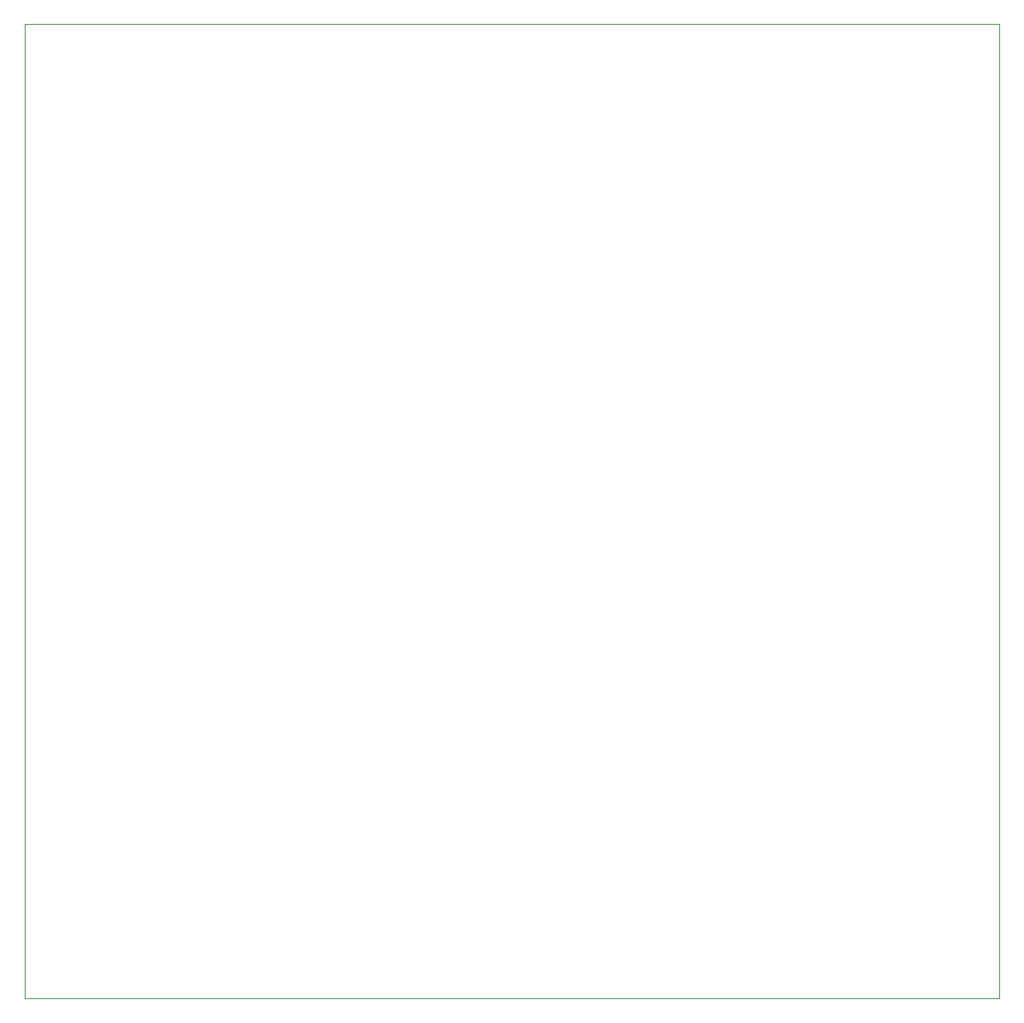
<source format=gbr>
%TF.GenerationSoftware,KiCad,Pcbnew,9.0.5*%
%TF.CreationDate,2025-11-19T18:22:51+02:00*%
%TF.ProjectId,backplane,6261636b-706c-4616-9e65-2e6b69636164,rev?*%
%TF.SameCoordinates,Original*%
%TF.FileFunction,Profile,NP*%
%FSLAX46Y46*%
G04 Gerber Fmt 4.6, Leading zero omitted, Abs format (unit mm)*
G04 Created by KiCad (PCBNEW 9.0.5) date 2025-11-19 18:22:51*
%MOMM*%
%LPD*%
G01*
G04 APERTURE LIST*
%TA.AperFunction,Profile*%
%ADD10C,0.050000*%
%TD*%
G04 APERTURE END LIST*
D10*
X75000000Y-124970000D02*
X67000000Y-124970000D01*
X167000000Y-25000000D02*
X67000000Y-25000000D01*
X167000000Y-124970000D02*
X75000000Y-124970000D01*
X67000000Y-49500000D02*
X67000000Y-124970000D01*
X167000000Y-124970000D02*
X167000000Y-25000000D01*
X67000000Y-25000000D02*
X67000000Y-49500000D01*
M02*

</source>
